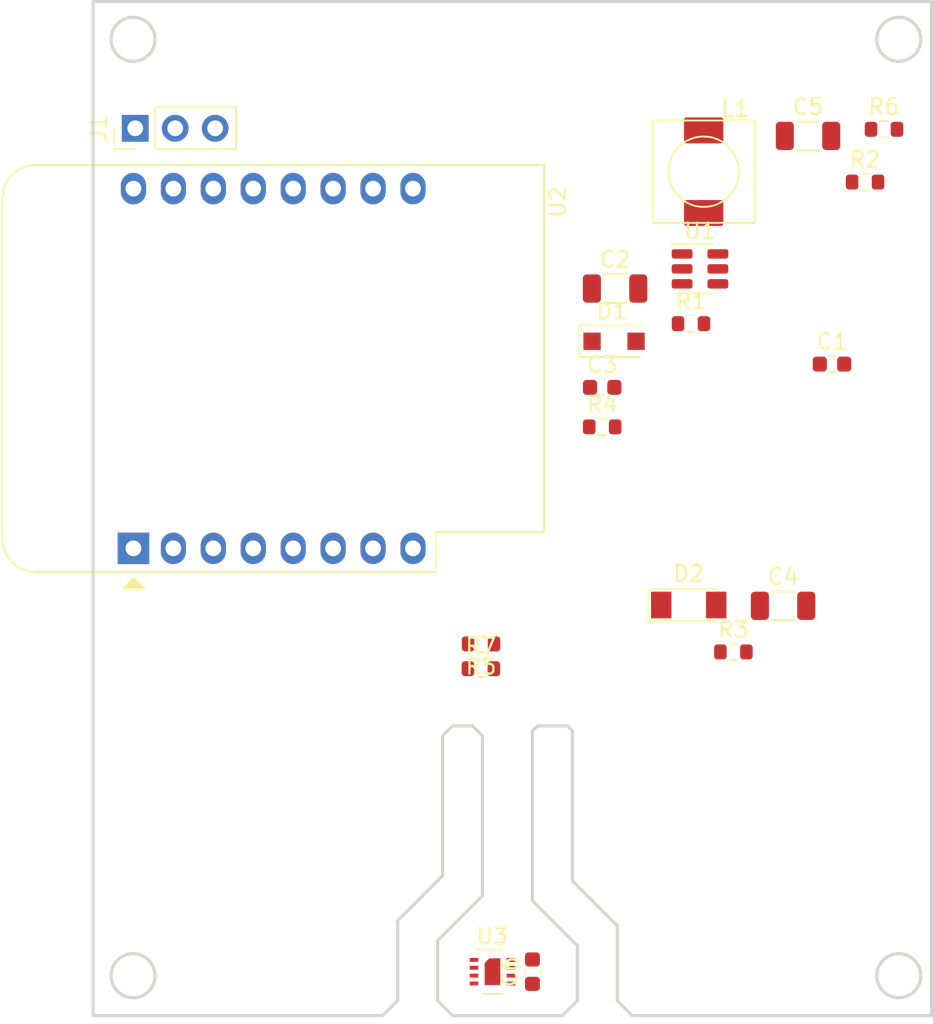
<source format=kicad_pcb>
(kicad_pcb (version 20211014) (generator pcbnew)
  (layers (0 "F.Cu" signal) (31 "B.Cu" signal) (34 "B.Paste" user) (35 "F.Paste" user) (36 "B.SilkS" user "B.Silkscreen") (37 "F.SilkS" user "F.Silkscreen") (38 "B.Mask" user) (39 "F.Mask" user) (44 "Edge.Cuts" user))
  (net 0 "")
  (net 1 "+12V")
  (net 2 "GND")
  (net 3 "Net-(C3-Pad1)")
  (net 4 "Net-(C3-Pad2)")
  (net 5 "+3V3")
  (net 6 "Net-(J1-Pad2)")
  (net 7 "Net-(J1-Pad3)")
  (net 8 "Net-(R1-Pad1)")
  (net 9 "Net-(R2-Pad1)")
  (net 10 "/SCL")
  (net 11 "Net-(D3-Pad2)")
  (net 12 "Net-(R5-Pad2)")
  (net 13 "/SDA")
  (net 14 "Net-(D4-Pad2)")
  (footprint "Capacitor_SMD:C_0603_1608Metric" (layer "F.Cu") (at 131.953 129.794 90)
    (fp_text reference "C6" (at 0 -1.43 90) (layer "F.SilkS"))
    (fp_text value "100nF")
    (fp_line (start -0.14058 0.51) (end 0.14058 0.51) (layer "F.SilkS") (width 0.12))
    (fp_line (start -0.14058 -0.51) (end 0.14058 -0.51) (layer "F.SilkS") (width 0.12))
    (pad "1" smd roundrect (at -0.775 0 90) (size 0.9 0.95) (layers "F.Cu" "F.Paste" "F.Mask") (net 5 "+3V3"))
    (pad "2" smd roundrect (at 0.775 0 90) (size 0.9 0.95) (layers "F.Cu" "F.Paste" "F.Mask") (net 2 "GND"))
  )
  (footprint "Capacitor_SMD:C_0603_1608Metric" (layer "F.Cu") (at 136.389 92.664)
    (fp_text reference "C3" (at 0 -1.43) (layer "F.SilkS"))
    (fp_text value "100nF")
    (fp_line (start -0.14058 -0.51) (end 0.14058 -0.51) (layer "F.SilkS") (width 0.12))
    (fp_line (start -0.14058 0.51) (end 0.14058 0.51) (layer "F.SilkS") (width 0.12))
    (pad "1" smd roundrect (at -0.775 0) (size 0.9 0.95) (layers "F.Cu" "F.Paste" "F.Mask") (net 3 "Net-(C3-Pad1)"))
    (pad "2" smd roundrect (at 0.775 0) (size 0.9 0.95) (layers "F.Cu" "F.Paste" "F.Mask") (net 4 "Net-(C3-Pad2)"))
  )
  (footprint "Package_TO_SOT_SMD:SOT-23-6" (layer "F.Cu") (at 142.609 85.134)
    (fp_text reference "U1" (at 0 -2.4) (layer "F.SilkS"))
    (fp_text value "MCP16301")
    (fp_line (start 0 1.56) (end 0.8 1.56) (layer "F.SilkS") (width 0.12))
    (fp_line (start 0 1.56) (end -0.8 1.56) (layer "F.SilkS") (width 0.12))
    (fp_line (start 0 -1.56) (end 0.8 -1.56) (layer "F.SilkS") (width 0.12))
    (fp_line (start 0 -1.56) (end -1.8 -1.56) (layer "F.SilkS") (width 0.12))
    (pad "1" smd roundrect (at -1.1375 -0.95) (size 1.325 0.6) (layers "F.Cu" "F.Paste" "F.Mask") (net 3 "Net-(C3-Pad1)"))
    (pad "2" smd roundrect (at -1.1375 0) (size 1.325 0.6) (layers "F.Cu" "F.Paste" "F.Mask") (net 2 "GND"))
    (pad "3" smd roundrect (at -1.1375 0.95) (size 1.325 0.6) (layers "F.Cu" "F.Paste" "F.Mask") (net 9 "Net-(R2-Pad1)"))
    (pad "4" smd roundrect (at 1.1375 0.95) (size 1.325 0.6) (layers "F.Cu" "F.Paste" "F.Mask") (net 1 "+12V"))
    (pad "5" smd roundrect (at 1.1375 0) (size 1.325 0.6) (layers "F.Cu" "F.Paste" "F.Mask") (net 1 "+12V"))
    (pad "6" smd roundrect (at 1.1375 -0.95) (size 1.325 0.6) (layers "F.Cu" "F.Paste" "F.Mask") (net 4 "Net-(C3-Pad2)"))
  )
  (footprint "Module:WEMOS_D1_mini_light" (layer "F.Cu") (at 106.5784 102.893 90)
    (fp_text reference "U2" (at 22 27 90) (layer "F.SilkS"))
    (fp_text value "WeMos_D1_mini")
    (fp_line (start 24.36 26.12) (end 24.36 -6.21) (layer "F.SilkS") (width 0.12))
    (fp_line (start 1.04 26.12) (end 24.36 26.12) (layer "F.SilkS") (width 0.12))
    (fp_line (start -1.5 19.22) (end 1.04 19.22) (layer "F.SilkS") (width 0.12))
    (fp_line (start -1.5 19.22) (end -1.5 -6.21) (layer "F.SilkS") (width 0.12))
    (fp_line (start 22.24 -8.34) (end 0.63 -8.34) (layer "F.SilkS") (width 0.12))
    (fp_line (start 1.04 19.22) (end 1.04 26.12) (layer "F.SilkS") (width 0.12))
    (fp_arc (start -1.5 -6.21) (mid -0.876137 -7.716137) (end 0.63 -8.34) (layer "F.SilkS") (width 0.12))
    (fp_arc (start 22.23 -8.34) (mid 23.736137 -7.716137) (end 24.36 -6.21) (layer "F.SilkS") (width 0.12))
    (fp_poly (pts (xy -2.54 -0.635) (xy -2.54 0.635) (xy -1.905 0)) (layer "F.SilkS") (width 0.15) (fill solid))
    (pad "1" thru_hole rect (at 0 0 90) (size 2 2) (drill 1) (layers *.Cu *.Mask))
    (pad "2" thru_hole oval (at 0 2.54 90) (size 2 1.6) (drill 1) (layers *.Cu *.Mask))
    (pad "3" thru_hole oval (at 0 5.08 90) (size 2 1.6) (drill 1) (layers *.Cu *.Mask))
    (pad "4" thru_hole oval (at 0 7.62 90) (size 2 1.6) (drill 1) (layers *.Cu *.Mask))
    (pad "5" thru_hole oval (at 0 10.16 90) (size 2 1.6) (drill 1) (layers *.Cu *.Mask))
    (pad "6" thru_hole oval (at 0 12.7 90) (size 2 1.6) (drill 1) (layers *.Cu *.Mask))
    (pad "7" thru_hole oval (at 0 15.24 90) (size 2 1.6) (drill 1) (layers *.Cu *.Mask) (net 12 "Net-(R5-Pad2)"))
    (pad "8" thru_hole oval (at 0 17.78 90) (size 2 1.6) (drill 1) (layers *.Cu *.Mask) (net 5 "+3V3"))
    (pad "9" thru_hole oval (at 22.86 17.78 90) (size 2 1.6) (drill 1) (layers *.Cu *.Mask))
    (pad "10" thru_hole oval (at 22.86 15.24 90) (size 2 1.6) (drill 1) (layers *.Cu *.Mask) (net 2 "GND"))
    (pad "11" thru_hole oval (at 22.86 12.7 90) (size 2 1.6) (drill 1) (layers *.Cu *.Mask))
    (pad "12" thru_hole oval (at 22.86 10.16 90) (size 2 1.6) (drill 1) (layers *.Cu *.Mask))
    (pad "13" thru_hole oval (at 22.86 7.62 90) (size 2 1.6) (drill 1) (layers *.Cu *.Mask) (net 13 "/SDA"))
    (pad "14" thru_hole oval (at 22.86 5.08 90) (size 2 1.6) (drill 1) (layers *.Cu *.Mask) (net 10 "/SCL"))
    (pad "15" thru_hole oval (at 22.86 2.54 90) (size 2 1.6) (drill 1) (layers *.Cu *.Mask) (net 7 "Net-(J1-Pad3)"))
    (pad "16" thru_hole oval (at 22.86 0 90) (size 2 1.6) (drill 1) (layers *.Cu *.Mask) (net 6 "Net-(J1-Pad2)"))
  )
  (footprint "Resistor_SMD:R_0603_1608Metric" (layer "F.Cu") (at 144.7324 109.474)
    (fp_text reference "R3" (at 0 -1.43) (layer "F.SilkS"))
    (fp_text value "10k")
    (fp_line (start -0.237258 -0.5225) (end 0.237258 -0.5225) (layer "F.SilkS") (width 0.12))
    (fp_line (start -0.237258 0.5225) (end 0.237258 0.5225) (layer "F.SilkS") (width 0.12))
    (pad "1" smd roundrect (at -0.825 0) (size 0.8 0.95) (layers "F.Cu" "F.Paste" "F.Mask") (net 2 "GND"))
    (pad "2" smd roundrect (at 0.825 0) (size 0.8 0.95) (layers "F.Cu" "F.Paste" "F.Mask") (net 9 "Net-(R2-Pad1)"))
  )
  (footprint "Resistor_SMD:R_0603_1608Metric" (layer "F.Cu") (at 128.6764 110.5408)
    (fp_text reference "R7" (at 0 -1.43) (layer "F.SilkS"))
    (fp_text value "4.7k")
    (fp_line (start -0.237258 0.5225) (end 0.237258 0.5225) (layer "F.SilkS") (width 0.12))
    (fp_line (start -0.237258 -0.5225) (end 0.237258 -0.5225) (layer "F.SilkS") (width 0.12))
    (pad "1" smd roundrect (at -0.825 0) (size 0.8 0.95) (layers "F.Cu" "F.Paste" "F.Mask") (net 14 "Net-(D4-Pad2)"))
    (pad "2" smd roundrect (at 0.825 0) (size 0.8 0.95) (layers "F.Cu" "F.Paste" "F.Mask") (net 5 "+3V3"))
  )
  (footprint "Diode_SMD:D_MiniMELF" (layer "F.Cu") (at 141.8924 106.494)
    (fp_text reference "D2" (at 0 -2) (layer "F.SilkS"))
    (fp_text value "LL4148")
    (fp_line (start -2.55 -1) (end -2.55 1) (layer "F.SilkS") (width 0.12))
    (fp_line (start -2.55 1) (end 1.75 1) (layer "F.SilkS") (width 0.12))
    (fp_line (start 1.75 -1) (end -2.55 -1) (layer "F.SilkS") (width 0.12))
    (pad "1" smd rect (at -1.75 0) (size 1.3 1.7) (layers "F.Cu" "F.Paste" "F.Mask") (net 3 "Net-(C3-Pad1)"))
    (pad "2" smd rect (at 1.75 0) (size 1.3 1.7) (layers "F.Cu" "F.Paste" "F.Mask") (net 5 "+3V3"))
  )
  (footprint "masterfoxx_footprint:inductor_6_5x6_5" (layer "F.Cu") (at 142.844 78.959)
    (fp_text reference "L1" (at 2 -4) (layer "F.SilkS"))
    (fp_text value "15uH")
    (fp_line (start -3.25 -3.25) (end 3.25 -3.25) (layer "F.SilkS") (width 0.12))
    (fp_line (start -3.25 3.25) (end -3.25 -3.25) (layer "F.SilkS") (width 0.12))
    (fp_line (start 3.25 -3.25) (end 3.25 3.25) (layer "F.SilkS") (width 0.12))
    (fp_line (start 3.25 3.25) (end -3.25 3.25) (layer "F.SilkS") (width 0.12))
    (fp_circle (center 0 0) (end 2 -1) (layer "F.SilkS") (width 0.12) (fill none))
    (pad "1" smd roundrect (at 0 -2.625) (size 2.5 1.65) (layers "F.Cu" "F.Paste" "F.Mask") (roundrect_rratio 0.1) (net 5 "+3V3"))
    (pad "2" smd roundrect (at 0 2.625) (size 2.5 1.65) (layers "F.Cu" "F.Paste" "F.Mask") (roundrect_rratio 0.1) (net 4 "Net-(C3-Pad2)"))
  )
  (footprint "Capacitor_SMD:C_1206_3216Metric" (layer "F.Cu") (at 137.209 86.384)
    (fp_text reference "C2" (at 0 -1.85) (layer "F.SilkS"))
    (fp_text value "10uF 25V")
    (fp_line (start -0.711252 0.91) (end 0.711252 0.91) (layer "F.SilkS") (width 0.12))
    (fp_line (start -0.711252 -0.91) (end 0.711252 -0.91) (layer "F.SilkS") (width 0.12))
    (pad "1" smd roundrect (at -1.475 0) (size 1.15 1.8) (layers "F.Cu" "F.Paste" "F.Mask") (roundrect_rratio 0.217391) (net 1 "+12V"))
    (pad "2" smd roundrect (at 1.475 0) (size 1.15 1.8) (layers "F.Cu" "F.Paste" "F.Mask") (roundrect_rratio 0.217391) (net 2 "GND"))
  )
  (footprint "Resistor_SMD:R_0603_1608Metric" (layer "F.Cu") (at 136.389 95.174)
    (fp_text reference "R4" (at 0 -1.43) (layer "F.SilkS"))
    (fp_text value "4.7k")
    (fp_line (start -0.237258 0.5225) (end 0.237258 0.5225) (layer "F.SilkS") (width 0.12))
    (fp_line (start -0.237258 -0.5225) (end 0.237258 -0.5225) (layer "F.SilkS") (width 0.12))
    (pad "1" smd roundrect (at -0.825 0) (size 0.8 0.95) (layers "F.Cu" "F.Paste" "F.Mask") (net 10 "/SCL"))
    (pad "2" smd roundrect (at 0.825 0) (size 0.8 0.95) (layers "F.Cu" "F.Paste" "F.Mask") (net 5 "+3V3"))
  )
  (footprint "Diode_SMD:D_SOD-123F" (layer "F.Cu") (at 137.144 89.734)
    (fp_text reference "D1" (at -0.127 -1.905) (layer "F.SilkS"))
    (fp_text value "SS26FL")
    (fp_line (start -2.2 1) (end 1.65 1) (layer "F.SilkS") (width 0.12))
    (fp_line (start -2.2 -1) (end 1.65 -1) (layer "F.SilkS") (width 0.12))
    (fp_line (start -2.2 -1) (end -2.2 1) (layer "F.SilkS") (width 0.12))
    (pad "1" smd rect (at -1.4 0) (size 1.1 1.1) (layers "F.Cu" "F.Paste" "F.Mask") (net 4 "Net-(C3-Pad2)"))
    (pad "2" smd rect (at 1.4 0) (size 1.1 1.1) (layers "F.Cu" "F.Paste" "F.Mask") (net 2 "GND"))
  )
  (footprint "Resistor_SMD:R_0603_1608Metric" (layer "F.Cu") (at 128.6886 108.966 180)
    (fp_text reference "R5" (at 0 -1.43) (layer "F.SilkS"))
    (fp_text value "4.7k")
    (fp_line (start -0.237258 -0.5225) (end 0.237258 -0.5225) (layer "F.SilkS") (width 0.12))
    (fp_line (start -0.237258 0.5225) (end 0.237258 0.5225) (layer "F.SilkS") (width 0.12))
    (pad "1" smd roundrect (at -0.825 0 180) (size 0.8 0.95) (layers "F.Cu" "F.Paste" "F.Mask") (net 11 "Net-(D3-Pad2)"))
    (pad "2" smd roundrect (at 0.825 0 180) (size 0.8 0.95) (layers "F.Cu" "F.Paste" "F.Mask") (net 12 "Net-(R5-Pad2)"))
  )
  (footprint "Capacitor_SMD:C_1206_3216Metric" (layer "F.Cu") (at 147.8924 106.544)
    (fp_text reference "C4" (at 0 -1.85) (layer "F.SilkS"))
    (fp_text value "10uF 25V")
    (fp_line (start -0.711252 -0.91) (end 0.711252 -0.91) (layer "F.SilkS") (width 0.12))
    (fp_line (start -0.711252 0.91) (end 0.711252 0.91) (layer "F.SilkS") (width 0.12))
    (pad "1" smd roundrect (at -1.475 0) (size 1.15 1.8) (layers "F.Cu" "F.Paste" "F.Mask") (roundrect_rratio 0.217391) (net 5 "+3V3"))
    (pad "2" smd roundrect (at 1.475 0) (size 1.15 1.8) (layers "F.Cu" "F.Paste" "F.Mask") (roundrect_rratio 0.217391) (net 2 "GND"))
  )
  (footprint "Resistor_SMD:R_0603_1608Metric" (layer "F.Cu") (at 153.109 79.614)
    (fp_text reference "R2" (at 0 -1.43) (layer "F.SilkS"))
    (fp_text value "1.2k")
    (fp_line (start -0.237258 -0.5225) (end 0.237258 -0.5225) (layer "F.SilkS") (width 0.12))
    (fp_line (start -0.237258 0.5225) (end 0.237258 0.5225) (layer "F.SilkS") (width 0.12))
    (pad "1" smd roundrect (at -0.825 0) (size 0.8 0.95) (layers "F.Cu" "F.Paste" "F.Mask") (net 9 "Net-(R2-Pad1)"))
    (pad "2" smd roundrect (at 0.825 0) (size 0.8 0.95) (layers "F.Cu" "F.Paste" "F.Mask") (net 8 "Net-(R1-Pad1)"))
  )
  (footprint "Connector_PinHeader_2.54mm:PinHeader_1x03_P2.54mm_Vertical" (layer "F.Cu") (at 106.695 76.2 90)
    (fp_text reference "J1" (at 0 -2.33 90) (layer "F.SilkS"))
    (fp_text value "Pinhdr 3x2.5")
    (fp_line (start -1.33 -1.33) (end 0 -1.33) (layer "F.SilkS") (width 0.12))
    (fp_line (start -1.33 1.27) (end 1.33 1.27) (layer "F.SilkS") (width 0.12))
    (fp_line (start -1.33 1.27) (end -1.33 6.41) (layer "F.SilkS") (width 0.12))
    (fp_line (start -1.33 0) (end -1.33 -1.33) (layer "F.SilkS") (width 0.12))
    (fp_line (start 1.33 1.27) (end 1.33 6.41) (layer "F.SilkS") (width 0.12))
    (fp_line (start -1.33 6.41) (end 1.33 6.41) (layer "F.SilkS") (width 0.12))
    (pad "1" thru_hole rect (at 0 0 90) (size 1.7 1.7) (drill 1) (layers *.Cu *.Mask) (net 2 "GND"))
    (pad "2" thru_hole oval (at 0 2.54 90) (size 1.7 1.7) (drill 1) (layers *.Cu *.Mask) (net 6 "Net-(J1-Pad2)"))
    (pad "3" thru_hole oval (at 0 5.08 90) (size 1.7 1.7) (drill 1) (layers *.Cu *.Mask) (net 7 "Net-(J1-Pad3)"))
  )
  (footprint "Capacitor_SMD:C_0603_1608Metric" (layer "F.Cu") (at 151.003 91.186)
    (fp_text reference "C1" (at 0 -1.43) (layer "F.SilkS"))
    (fp_text value "100nF")
    (fp_line (start -0.14058 -0.51) (end 0.14058 -0.51) (layer "F.SilkS") (width 0.12))
    (fp_line (start -0.14058 0.51) (end 0.14058 0.51) (layer "F.SilkS") (width 0.12))
    (pad "1" smd roundrect (at -0.775 0) (size 0.9 0.95) (layers "F.Cu" "F.Paste" "F.Mask") (net 1 "+12V"))
    (pad "2" smd roundrect (at 0.775 0) (size 0.9 0.95) (layers "F.Cu" "F.Paste" "F.Mask") (net 2 "GND"))
  )
  (footprint "Sensor_Humidity:Sensirion_DFN-8-1EP_2.5x2.5mm_P0.5mm_EP1.1x1.7mm" (layer "F.Cu") (at 129.413 129.794)
    (fp_text reference "U3" (at 0 -2.25) (layer "F.SilkS"))
    (fp_text value "SHT31-DIS")
    (fp_line (start -0.65 1.41) (end 0.65 1.41) (layer "F.SilkS") (width 0.12))
    (fp_line (start -1.09 -1.41) (end 0.65 -1.41) (layer "F.SilkS") (width 0.12))
    (pad "1" smd rect (at -1.175 -0.75) (size 0.55 0.25) (layers "F.Cu" "F.Paste" "F.Mask") (net 13 "/SDA"))
    (pad "2" smd rect (at -1.175 -0.25) (size 0.55 0.25) (layers "F.Cu" "F.Paste" "F.Mask") (net 2 "GND"))
    (pad "3" smd rect (at -1.175 0.25) (size 0.55 0.25) (layers "F.Cu" "F.Paste" "F.Mask"))
    (pad "4" smd rect (at -1.175 0.75 180) (size 0.55 0.25) (layers "F.Cu" "F.Paste" "F.Mask") (net 10 "/SCL"))
    (pad "5" smd rect (at 1.175 0.75) (size 0.55 0.25) (layers "F.Cu" "F.Paste" "F.Mask") (net 5 "+3V3"))
    (pad "6" smd rect (at 1.175 0.25) (size 0.55 0.25) (layers "F.Cu" "F.Paste" "F.Mask"))
    (pad "7" smd rect (at 1.175 -0.25) (size 0.55 0.25) (layers "F.Cu" "F.Paste" "F.Mask") (net 2 "GND"))
    (pad "8" smd rect (at 1.175 -0.75) (size 0.55 0.25) (layers "F.Cu" "F.Paste" "F.Mask") (net 2 "GND"))
    (pad "9" smd custom (at 0 0) (size 1 1) (layers "F.Cu" "F.Mask") (net 2 "GND") (options (clearance outline) (anchor circle)) (primitives (gr_poly (pts (xy 0.5 0.85) (xy -0.5 0.85) (xy -0.5 -0.55) (xy -0.2 -0.85) (xy 0.5 -0.85)) (width 0) (fill yes))))
  )
  (footprint "Resistor_SMD:R_0603_1608Metric" (layer "F.Cu") (at 142.039 88.614)
    (fp_text reference "R1" (at 0 -1.43) (layer "F.SilkS"))
    (fp_text value "30k")
    (fp_line (start -0.237258 -0.5225) (end 0.237258 -0.5225) (layer "F.SilkS") (width 0.12))
    (fp_line (start -0.237258 0.5225) (end 0.237258 0.5225) (layer "F.SilkS") (width 0.12))
    (pad "1" smd roundrect (at -0.825 0) (size 0.8 0.95) (layers "F.Cu" "F.Paste" "F.Mask") (net 8 "Net-(R1-Pad1)"))
    (pad "2" smd roundrect (at 0.825 0) (size 0.8 0.95) (layers "F.Cu" "F.Paste" "F.Mask") (net 5 "+3V3"))
  )
  (footprint "Capacitor_SMD:C_1206_3216Metric" (layer "F.Cu") (at 149.479 76.684)
    (fp_text reference "C5" (at 0 -1.85) (layer "F.SilkS"))
    (fp_text value "10uF 25V")
    (fp_line (start -0.711252 -0.91) (end 0.711252 -0.91) (layer "F.SilkS") (width 0.12))
    (fp_line (start -0.711252 0.91) (end 0.711252 0.91) (layer "F.SilkS") (width 0.12))
    (pad "1" smd roundrect (at -1.475 0) (size 1.15 1.8) (layers "F.Cu" "F.Paste" "F.Mask") (roundrect_rratio 0.217391) (net 5 "+3V3"))
    (pad "2" smd roundrect (at 1.475 0) (size 1.15 1.8) (layers "F.Cu" "F.Paste" "F.Mask") (roundrect_rratio 0.217391) (net 2 "GND"))
  )
  (footprint "Resistor_SMD:R_0603_1608Metric" (layer "F.Cu") (at 154.309 76.264)
    (fp_text reference "R6" (at 0 -1.43) (layer "F.SilkS"))
    (fp_text value "4.7k")
    (fp_line (start -0.237258 0.5225) (end 0.237258 0.5225) (layer "F.SilkS") (width 0.12))
    (fp_line (start -0.237258 -0.5225) (end 0.237258 -0.5225) (layer "F.SilkS") (width 0.12))
    (pad "1" smd roundrect (at -0.825 0) (size 0.8 0.95) (layers "F.Cu" "F.Paste" "F.Mask") (net 13 "/SDA"))
    (pad "2" smd roundrect (at 0.825 0) (size 0.8 0.95) (layers "F.Cu" "F.Paste" "F.Mask") (net 5 "+3V3"))
  )
  (gr_line (start 131.953 125.2855) (end 131.953 114.4905) (layer "Edge.Cuts") (width 0.2))
  (gr_line (start 133.858 132.588) (end 134.8105 131.6355) (layer "Edge.Cuts") (width 0.2))
  (gr_line (start 134.8105 131.6355) (end 134.8105 128.143) (layer "Edge.Cuts") (width 0.2))
  (gr_line (start 157.333 132.588) (end 157.333 68.148) (layer "Edge.Cuts") (width 0.2))
  (gr_line (start 126.238 114.808) (end 126.873 114.173) (layer "Edge.Cuts") (width 0.2))
  (gr_line (start 104.013 68.148) (end 104.013 132.588) (layer "Edge.Cuts") (width 0.2))
  (gr_line (start 128.778 124.968) (end 125.9205 127.8255) (layer "Edge.Cuts") (width 0.2))
  (gr_circle (center 106.553 130.048) (end 107.953 130.048) (layer "Edge.Cuts") (width 0.2) (fill none))
  (gr_line (start 123.3805 126.5555) (end 126.238 123.698) (layer "Edge.Cuts") (width 0.2))
  (gr_line (start 157.333 68.148) (end 104.013 68.148) (layer "Edge.Cuts") (width 0.2))
  (gr_line (start 131.953 114.4905) (end 132.2705 114.173) (layer "Edge.Cuts") (width 0.2))
  (gr_circle (center 106.553 70.548) (end 107.953 70.548) (layer "Edge.Cuts") (width 0.2) (fill none))
  (gr_line (start 126.873 132.588) (end 133.858 132.588) (layer "Edge.Cuts") (width 0.2))
  (gr_line (start 123.3805 131.6355) (end 123.3805 126.5555) (layer "Edge.Cuts") (width 0.2))
  (gr_line (start 126.873 114.173) (end 128.143 114.173) (layer "Edge.Cuts") (width 0.2))
  (gr_circle (center 155.253 130.048) (end 156.653 130.048) (layer "Edge.Cuts") (width 0.2) (fill none))
  (gr_line (start 128.143 114.173) (end 128.778 114.808) (layer "Edge.Cuts") (width 0.2))
  (gr_line (start 138.303 132.588) (end 157.333 132.588) (layer "Edge.Cuts") (width 0.2))
  (gr_line (start 137.3505 131.6355) (end 138.303 132.588) (layer "Edge.Cuts") (width 0.2))
  (gr_line (start 132.2705 114.173) (end 134.1755 114.173) (layer "Edge.Cuts") (width 0.2))
  (gr_line (start 122.428 132.588) (end 123.3805 131.6355) (layer "Edge.Cuts") (width 0.2))
  (gr_line (start 137.3505 126.873) (end 137.3505 131.6355) (layer "Edge.Cuts") (width 0.2))
  (gr_line (start 134.493 114.4905) (end 134.493 124.0155) (layer "Edge.Cuts") (width 0.2))
  (gr_line (start 125.9205 131.6355) (end 126.873 132.588) (layer "Edge.Cuts") (width 0.2))
  (gr_line (start 125.9205 127.8255) (end 125.9205 131.6355) (layer "Edge.Cuts") (width 0.2))
  (gr_line (start 134.8105 128.143) (end 131.953 125.2855) (layer "Edge.Cuts") (width 0.2))
  (gr_line (start 128.778 114.808) (end 128.778 124.968) (layer "Edge.Cuts") (width 0.2))
  (gr_line (start 126.238 123.698) (end 126.238 114.808) (layer "Edge.Cuts") (width 0.2))
  (gr_line (start 134.1755 114.173) (end 134.493 114.4905) (layer "Edge.Cuts") (width 0.2))
  (gr_line (start 104.013 132.588) (end 122.428 132.588) (layer "Edge.Cuts") (width 0.2))
  (gr_line (start 134.493 124.0155) (end 137.3505 126.873) (layer "Edge.Cuts") (width 0.2))
  (gr_circle (center 155.253 70.548) (end 156.653 70.548) (layer "Edge.Cuts") (width 0.2) (fill none))
)
</source>
